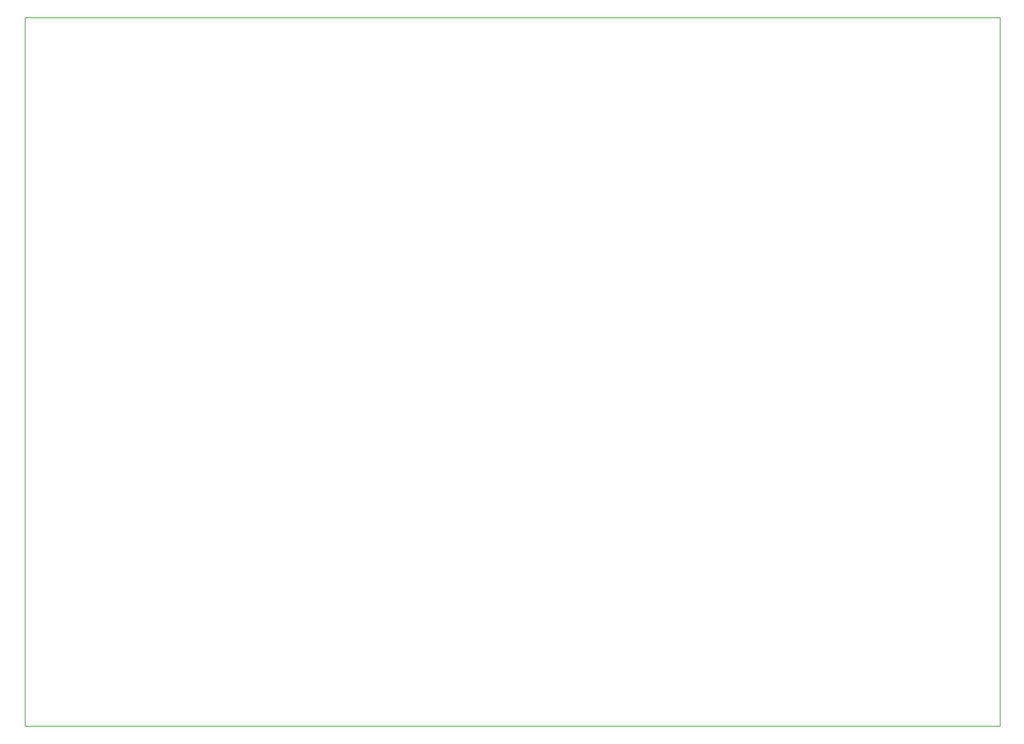
<source format=gbr>
%TF.GenerationSoftware,KiCad,Pcbnew,5.1.6*%
%TF.CreationDate,2020-07-31T10:48:21-03:00*%
%TF.ProjectId,pwm_seno,70776d5f-7365-46e6-9f2e-6b696361645f,1*%
%TF.SameCoordinates,Original*%
%TF.FileFunction,Profile,NP*%
%FSLAX46Y46*%
G04 Gerber Fmt 4.6, Leading zero omitted, Abs format (unit mm)*
G04 Created by KiCad (PCBNEW 5.1.6) date 2020-07-31 10:48:21*
%MOMM*%
%LPD*%
G01*
G04 APERTURE LIST*
%TA.AperFunction,Profile*%
%ADD10C,0.050000*%
%TD*%
G04 APERTURE END LIST*
D10*
X148844000Y-22352000D02*
X25908000Y-22352000D01*
X148844000Y-111760000D02*
X148844000Y-22352000D01*
X25908000Y-111760000D02*
X148844000Y-111760000D01*
X25908000Y-22352000D02*
X25908000Y-111760000D01*
M02*

</source>
